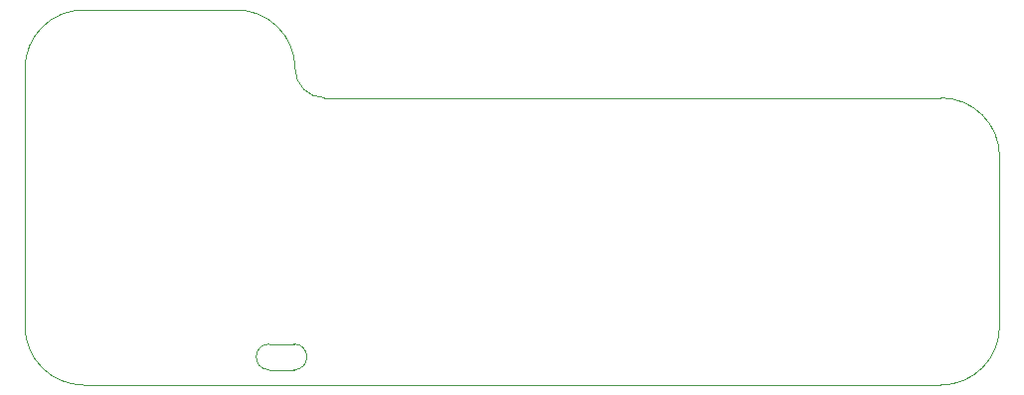
<source format=gbr>
%TF.GenerationSoftware,KiCad,Pcbnew,6.0.0-rc1-unknown-65cbf2d2b7~144~ubuntu18.04.1*%
%TF.CreationDate,2022-01-27T22:01:49+01:00*%
%TF.ProjectId,voll_verteilt,766f6c6c-5f76-4657-9274-65696c742e6b,rev?*%
%TF.SameCoordinates,PX52f83c0PY660b0c0*%
%TF.FileFunction,Profile,NP*%
%FSLAX46Y46*%
G04 Gerber Fmt 4.6, Leading zero omitted, Abs format (unit mm)*
G04 Created by KiCad (PCBNEW 6.0.0-rc1-unknown-65cbf2d2b7~144~ubuntu18.04.1) date 2022-01-27 22:01:49*
%MOMM*%
%LPD*%
G01*
G04 APERTURE LIST*
%TA.AperFunction,Profile*%
%ADD10C,0.100000*%
%TD*%
G04 APERTURE END LIST*
D10*
X22900000Y1300000D02*
X20800000Y1300000D01*
X20800000Y3500000D02*
X22900000Y3500000D01*
X22900000Y1300000D02*
G75*
G03*
X22900000Y3500000I0J1100000D01*
G01*
X20800000Y3500000D02*
G75*
G03*
X20800000Y1300000I0J-1100000D01*
G01*
X82999997Y19500000D02*
G75*
G03*
X78000000Y24500000I-4999997J3D01*
G01*
X25500000Y24500000D02*
X78000000Y24500000D01*
X23000001Y27000000D02*
G75*
G03*
X25500000Y24500000I2499999J-1D01*
G01*
X5000003Y32000000D02*
G75*
G03*
X3Y27000000I1J-5000001D01*
G01*
X22999997Y27000000D02*
G75*
G03*
X18000000Y32000000I-4999997J3D01*
G01*
X78000000Y3D02*
G75*
G03*
X83000000Y5000000I3J4999997D01*
G01*
X3Y5000000D02*
G75*
G03*
X5000000Y0I4999997J-3D01*
G01*
X5000003Y32000000D02*
X18000000Y31999997D01*
X5000000Y0D02*
X78000000Y0D01*
X0Y5000000D02*
X3Y27000000D01*
X83000000Y19500000D02*
X83000000Y5000000D01*
M02*

</source>
